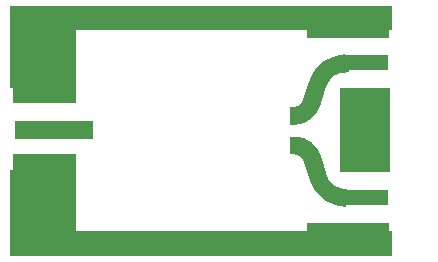
<source format=gbr>
G04 ===== Begin FILE IDENTIFICATION =====*
G04 File Format:  Gerber RS274X*
G04 ===== End FILE IDENTIFICATION =====*
%FSLAX24Y24*%
%MOMM*%
%SFA1.0000B1.0000*%
%OFA0.0B0.0*%
%ADD14R,6.677000X1.528700*%
%ADD15R,4.200000X7.130000*%
%LNcopper_top*%
%IPPOS*%
%LPD*%
G75*
G36*
G01X604633Y346352D02*
G01Y411570D01*
G01X551230D01*
G01Y398070D01*
G01X549000D01*
G01Y325657D01*
G01X872000D01*
G01Y346352D01*
G01X869900D01*
G01Y353088D01*
G01X799828D01*
G01Y346352D01*
G01X604633D01*
G37*
G36*
G01X549000Y468070D02*
G01X551230D01*
G01Y454570D01*
G01X604633D01*
G01Y517102D01*
G01X799828D01*
G01Y510388D01*
G01X869900D01*
G01Y517102D01*
G01X872000D01*
G01Y536883D01*
G01X549000D01*
G01Y468070D01*
G37*
D14*
X585615Y431777D03*
G36*
G01X835685Y380938D02*
G01X835795Y381506D01*
G01X827920Y383032D01*
G02X819925Y388351I2370J12230D01*
G01X818240Y390879D01*
G02X816708Y394097I10365J6908D01*
G01X811727Y410146D01*
G03X790869Y426626I-22442J-6965D01*
G01X786000D01*
G01Y411574D01*
G01X789851D01*
G02X797318Y405674I-567J-8393D01*
G01X802299Y389625D01*
G03X805687Y382510I26305J8162D01*
G01X807372Y379982D01*
G03X825049Y368221I22917J15280D01*
G01X832925Y366694D01*
G01X833224Y368238D01*
G01X868900D01*
G01Y380938D01*
G01X835685D01*
G37*
G36*
G01X786000Y436474D02*
G01X790509D01*
G03X811367Y452954I-1584J23445D01*
G01X816348Y469003D01*
G02X817880Y472221I11897J-3690D01*
G01X819565Y474749D01*
G02X827560Y480068I10365J-6911D01*
G01X835435Y481594D01*
G01X835252Y482538D01*
G01X868900D01*
G01Y495238D01*
G01X832900D01*
G01Y494675D01*
G01X832565Y496406D01*
G01X824689Y494879D01*
G03X807012Y483118I5240J-27041D01*
G01X805327Y480590D01*
G03X801939Y473475I22917J-15277D01*
G01X796958Y457426D01*
G02X789491Y451526I-8034J2493D01*
G01X786000D01*
G01Y436474D01*
G37*
D15*
X848900Y431738D03*
M02*


</source>
